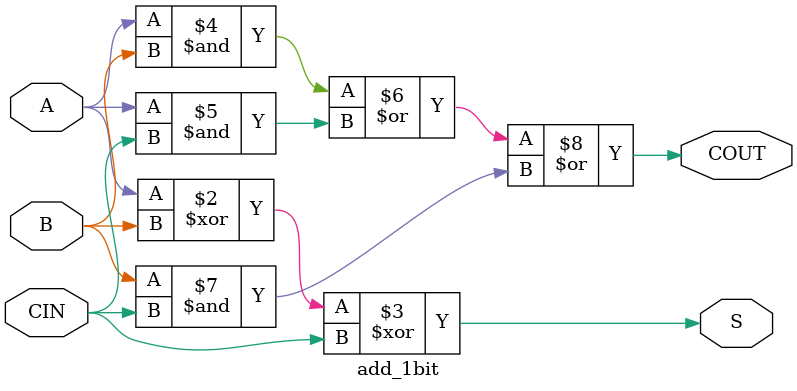
<source format=v>
module add_1bit (A, B, CIN, S, COUT);

    input A, B, CIN;
    output reg S, COUT;

    always @ (A or B or CIN)
    begin
        S    = A ^ B ^ CIN;
        COUT = (A & B) | (A & CIN) | (B & CIN);
    end

endmodule

</source>
